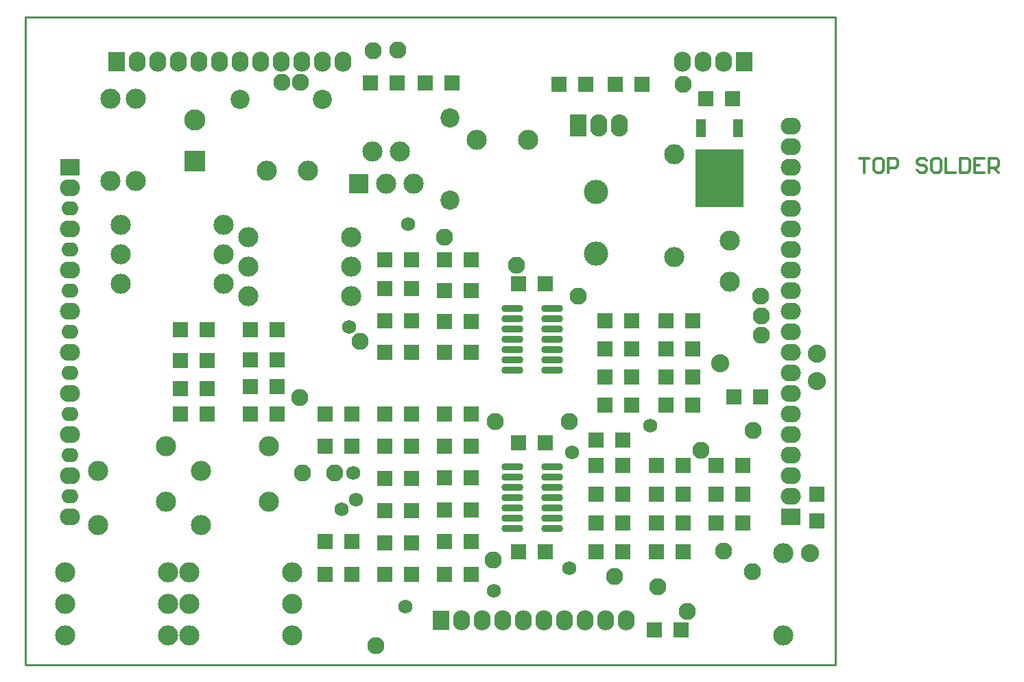
<source format=gts>
G04 Layer_Color=8388736*
%FSLAX25Y25*%
%MOIN*%
G70*
G01*
G75*
%ADD23C,0.01200*%
%ADD44C,0.01000*%
%ADD49R,0.07493X0.07493*%
%ADD50O,0.10642X0.03556*%
%ADD51R,0.07493X0.07493*%
%ADD52R,0.05000X0.08600*%
%ADD53R,0.23600X0.27965*%
%ADD54C,0.09800*%
%ADD55R,0.09800X0.09800*%
%ADD56C,0.11800*%
%ADD57C,0.09300*%
%ADD58C,0.08800*%
%ADD59O,0.08300X0.10800*%
%ADD60R,0.08300X0.10800*%
%ADD61R,0.09800X0.08300*%
%ADD62O,0.09800X0.08300*%
%ADD63C,0.10300*%
%ADD64R,0.10300X0.10300*%
%ADD65O,0.08300X0.09800*%
%ADD66R,0.08300X0.09800*%
%ADD67O,0.08300X0.06800*%
%ADD68C,0.08300*%
%ADD69C,0.06800*%
D23*
X799100Y640048D02*
X803765D01*
X801433D01*
Y633050D01*
X809597Y640048D02*
X807264D01*
X806098Y638881D01*
Y634216D01*
X807264Y633050D01*
X809597D01*
X810763Y634216D01*
Y638881D01*
X809597Y640048D01*
X813095Y633050D02*
Y640048D01*
X816594D01*
X817761Y638881D01*
Y636549D01*
X816594Y635383D01*
X813095D01*
X831756Y638881D02*
X830590Y640048D01*
X828257D01*
X827091Y638881D01*
Y637715D01*
X828257Y636549D01*
X830590D01*
X831756Y635383D01*
Y634216D01*
X830590Y633050D01*
X828257D01*
X827091Y634216D01*
X837588Y640048D02*
X835255D01*
X834089Y638881D01*
Y634216D01*
X835255Y633050D01*
X837588D01*
X838754Y634216D01*
Y638881D01*
X837588Y640048D01*
X841086D02*
Y633050D01*
X845752D01*
X848084Y640048D02*
Y633050D01*
X851583D01*
X852749Y634216D01*
Y638881D01*
X851583Y640048D01*
X848084D01*
X859747D02*
X855082D01*
Y633050D01*
X859747D01*
X855082Y636549D02*
X857415D01*
X862080Y633050D02*
Y640048D01*
X865578D01*
X866745Y638881D01*
Y636549D01*
X865578Y635383D01*
X862080D01*
X864412D02*
X866745Y633050D01*
D44*
X393701Y393701D02*
Y708661D01*
X787402D01*
Y393701D02*
Y708661D01*
X393701Y393701D02*
X787402D01*
D49*
X588004Y676500D02*
D03*
X600996D02*
D03*
X561504D02*
D03*
X574496D02*
D03*
X539504Y515500D02*
D03*
X552496D02*
D03*
X568504Y576550D02*
D03*
X581496D02*
D03*
X469004Y528000D02*
D03*
X481996D02*
D03*
X717996Y533667D02*
D03*
X705004D02*
D03*
X539504Y437500D02*
D03*
X552496D02*
D03*
X671004Y503000D02*
D03*
X683996D02*
D03*
X646496Y501500D02*
D03*
X633504D02*
D03*
X724504Y669000D02*
D03*
X737496D02*
D03*
X700504Y448500D02*
D03*
X713496D02*
D03*
X469004Y541500D02*
D03*
X481996D02*
D03*
X515996Y529000D02*
D03*
X503004D02*
D03*
X633504Y579000D02*
D03*
X646496D02*
D03*
X481996Y515500D02*
D03*
X469004D02*
D03*
X717996Y520000D02*
D03*
X705004D02*
D03*
X729504Y476500D02*
D03*
X742496D02*
D03*
X552496Y453500D02*
D03*
X539504D02*
D03*
X751096Y524100D02*
D03*
X738104D02*
D03*
X610496Y575500D02*
D03*
X597504D02*
D03*
X610496Y560500D02*
D03*
X597504D02*
D03*
Y590500D02*
D03*
X610496D02*
D03*
X581496Y545500D02*
D03*
X568504D02*
D03*
X610496D02*
D03*
X597504D02*
D03*
X568504Y561025D02*
D03*
X581496D02*
D03*
X515996Y542000D02*
D03*
X503004D02*
D03*
Y515500D02*
D03*
X515996D02*
D03*
X481996Y556500D02*
D03*
X469004D02*
D03*
X515996D02*
D03*
X503004D02*
D03*
X675504Y533667D02*
D03*
X688496D02*
D03*
X675504Y547333D02*
D03*
X688496D02*
D03*
Y520000D02*
D03*
X675504D02*
D03*
X705004Y561000D02*
D03*
X717996D02*
D03*
X675504Y561000D02*
D03*
X688496D02*
D03*
X717996Y547333D02*
D03*
X705004D02*
D03*
X671004Y490500D02*
D03*
X683996D02*
D03*
X700504D02*
D03*
X713496D02*
D03*
X683996Y476500D02*
D03*
X671004D02*
D03*
X700504Y462500D02*
D03*
X713496D02*
D03*
X671004D02*
D03*
X683996D02*
D03*
X671004Y448500D02*
D03*
X683996D02*
D03*
X713496Y476500D02*
D03*
X700504D02*
D03*
X610496Y437500D02*
D03*
X597504D02*
D03*
X581496D02*
D03*
X568504D02*
D03*
X597504Y453500D02*
D03*
X610496D02*
D03*
X568504Y453100D02*
D03*
X581496D02*
D03*
X742496Y490500D02*
D03*
X729504D02*
D03*
X742496Y462500D02*
D03*
X729504D02*
D03*
X568504Y499900D02*
D03*
X581496D02*
D03*
X610496Y484500D02*
D03*
X597504D02*
D03*
X581496Y484300D02*
D03*
X568504D02*
D03*
X597504Y499900D02*
D03*
X610496D02*
D03*
X581496Y515500D02*
D03*
X568504D02*
D03*
X610496D02*
D03*
X597504D02*
D03*
X610496Y469000D02*
D03*
X597504D02*
D03*
X581496Y468700D02*
D03*
X568504D02*
D03*
X633504Y448500D02*
D03*
X646496D02*
D03*
X665996Y676000D02*
D03*
X653004D02*
D03*
X539504Y499900D02*
D03*
X552496D02*
D03*
X712496Y410500D02*
D03*
X699504D02*
D03*
X568504Y590500D02*
D03*
X581496D02*
D03*
X680504Y676000D02*
D03*
X693496D02*
D03*
D50*
X630354Y567000D02*
D03*
Y562000D02*
D03*
Y557000D02*
D03*
Y552000D02*
D03*
Y547000D02*
D03*
Y542000D02*
D03*
Y537000D02*
D03*
X649646Y567000D02*
D03*
Y562000D02*
D03*
Y557000D02*
D03*
Y552000D02*
D03*
Y547000D02*
D03*
Y542000D02*
D03*
Y537000D02*
D03*
X630354Y490000D02*
D03*
Y485000D02*
D03*
Y480000D02*
D03*
Y475000D02*
D03*
Y470000D02*
D03*
Y465000D02*
D03*
Y460000D02*
D03*
X649646Y490000D02*
D03*
Y485000D02*
D03*
Y480000D02*
D03*
Y475000D02*
D03*
Y470000D02*
D03*
Y465000D02*
D03*
Y460000D02*
D03*
D51*
X778500Y463504D02*
D03*
Y476496D02*
D03*
D52*
X739976Y654626D02*
D03*
X722024D02*
D03*
D53*
X731000Y630217D02*
D03*
D54*
X709000Y592000D02*
D03*
Y642000D02*
D03*
X582386Y627626D02*
D03*
X575693Y643374D02*
D03*
X569000Y627626D02*
D03*
X562307Y643374D02*
D03*
X638000Y649000D02*
D03*
X613000D02*
D03*
X479000Y461500D02*
D03*
X429000D02*
D03*
Y488000D02*
D03*
X479000D02*
D03*
X490000Y579000D02*
D03*
X440000D02*
D03*
X502000Y573000D02*
D03*
X552000D02*
D03*
X490000Y593250D02*
D03*
X440000D02*
D03*
X502000Y587250D02*
D03*
X552000D02*
D03*
X490000Y607500D02*
D03*
X440000D02*
D03*
X502000Y601500D02*
D03*
X552000D02*
D03*
X473500Y438500D02*
D03*
X523500D02*
D03*
X463000D02*
D03*
X413000D02*
D03*
X473500Y423250D02*
D03*
X523500D02*
D03*
X463000D02*
D03*
X413000D02*
D03*
X473500Y408000D02*
D03*
X523500D02*
D03*
X463000D02*
D03*
X413000D02*
D03*
X512000Y473000D02*
D03*
X462000D02*
D03*
Y500000D02*
D03*
X512000D02*
D03*
X435000Y629000D02*
D03*
Y669000D02*
D03*
X762000Y448000D02*
D03*
Y408000D02*
D03*
X447500Y669000D02*
D03*
Y629000D02*
D03*
X736000Y580000D02*
D03*
Y600000D02*
D03*
X531000Y634000D02*
D03*
X511000D02*
D03*
D55*
X555614Y627626D02*
D03*
D56*
X671000Y623500D02*
D03*
Y593500D02*
D03*
D57*
X600000Y619500D02*
D03*
Y659500D02*
D03*
X538000Y668500D02*
D03*
X498000D02*
D03*
D58*
X778400Y544800D02*
D03*
Y531600D02*
D03*
X775000Y448100D02*
D03*
X731300Y540400D02*
D03*
D59*
X682500Y656000D02*
D03*
X672500D02*
D03*
D60*
X662500D02*
D03*
D61*
X765748Y465591D02*
D03*
X415354Y635591D02*
D03*
D62*
X765748Y475591D02*
D03*
Y485591D02*
D03*
Y495591D02*
D03*
Y505591D02*
D03*
Y515591D02*
D03*
Y525591D02*
D03*
Y535591D02*
D03*
Y545591D02*
D03*
Y555591D02*
D03*
Y565591D02*
D03*
Y575591D02*
D03*
Y585591D02*
D03*
Y595591D02*
D03*
Y605591D02*
D03*
Y615591D02*
D03*
Y625591D02*
D03*
Y635591D02*
D03*
Y645591D02*
D03*
Y655591D02*
D03*
X415354Y625591D02*
D03*
Y605591D02*
D03*
Y585591D02*
D03*
Y565591D02*
D03*
Y545591D02*
D03*
Y525591D02*
D03*
Y505591D02*
D03*
Y485591D02*
D03*
Y465591D02*
D03*
D63*
X476000Y658500D02*
D03*
D64*
Y638500D02*
D03*
D65*
X713071Y687008D02*
D03*
X723071D02*
D03*
X733071D02*
D03*
X548032D02*
D03*
X538032D02*
D03*
X528032D02*
D03*
X518032D02*
D03*
X508032D02*
D03*
X498032D02*
D03*
X488032D02*
D03*
X478032D02*
D03*
X468032D02*
D03*
X458032D02*
D03*
X448032D02*
D03*
X605669Y415354D02*
D03*
X625669D02*
D03*
X635669D02*
D03*
X645669D02*
D03*
X655669D02*
D03*
X665669D02*
D03*
X675669D02*
D03*
X685669D02*
D03*
X615669D02*
D03*
D66*
X743071Y687008D02*
D03*
X438032D02*
D03*
X595669Y415354D02*
D03*
D67*
X415354Y615591D02*
D03*
Y595591D02*
D03*
Y575591D02*
D03*
Y555591D02*
D03*
Y535591D02*
D03*
Y515591D02*
D03*
Y495591D02*
D03*
Y475591D02*
D03*
D68*
X751300Y563200D02*
D03*
X751200Y554100D02*
D03*
X518500Y676800D02*
D03*
X527500D02*
D03*
X574800Y692700D02*
D03*
X562600Y692400D02*
D03*
X713357Y675800D02*
D03*
X544100Y486900D02*
D03*
X701100Y431600D02*
D03*
X680000Y436500D02*
D03*
X556500Y551000D02*
D03*
X527000Y523500D02*
D03*
X662500Y573000D02*
D03*
X597504Y601504D02*
D03*
X747000Y439000D02*
D03*
X733000Y449000D02*
D03*
X715254Y419746D02*
D03*
X528500Y487000D02*
D03*
X751096Y573000D02*
D03*
X632500Y588000D02*
D03*
X747500Y507500D02*
D03*
X722000Y498000D02*
D03*
X658000Y512000D02*
D03*
X622000D02*
D03*
X564000Y403000D02*
D03*
X621000Y444500D02*
D03*
D69*
X553000Y487000D02*
D03*
X547500Y469447D02*
D03*
X554200Y473800D02*
D03*
X697500Y510000D02*
D03*
X621500Y429500D02*
D03*
X579600Y607900D02*
D03*
X578400Y421900D02*
D03*
X551000Y558000D02*
D03*
X659500Y497000D02*
D03*
X658000Y440500D02*
D03*
M02*

</source>
